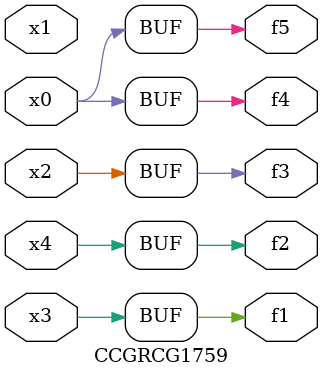
<source format=v>
module CCGRCG1759(
	input x0, x1, x2, x3, x4,
	output f1, f2, f3, f4, f5
);
	assign f1 = x3;
	assign f2 = x4;
	assign f3 = x2;
	assign f4 = x0;
	assign f5 = x0;
endmodule

</source>
